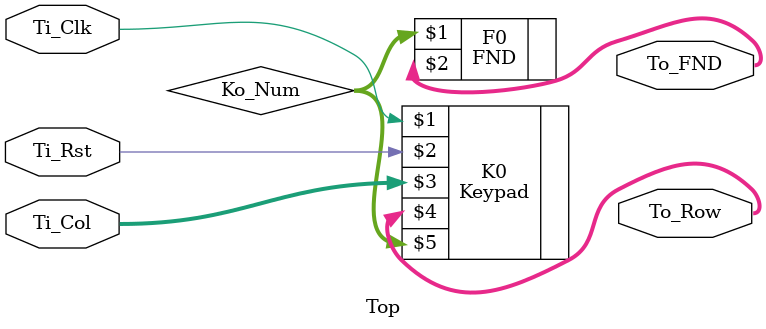
<source format=v>
module Top (Ti_Clk, Ti_Rst, Ti_Col, To_FND, To_Row);
  input Ti_Clk;
  input Ti_Rst;
  input [3:0] Ti_Col;
  output [6:0] To_FND;
  output [3:0] To_Row;
  
  // connection
  wire [3:0] Ko_Num;
  
  Keypad K0(Ti_Clk, Ti_Rst, Ti_Col, To_Row, Ko_Num);
  FND F0(Ko_Num, To_FND);
  
endmodule

</source>
